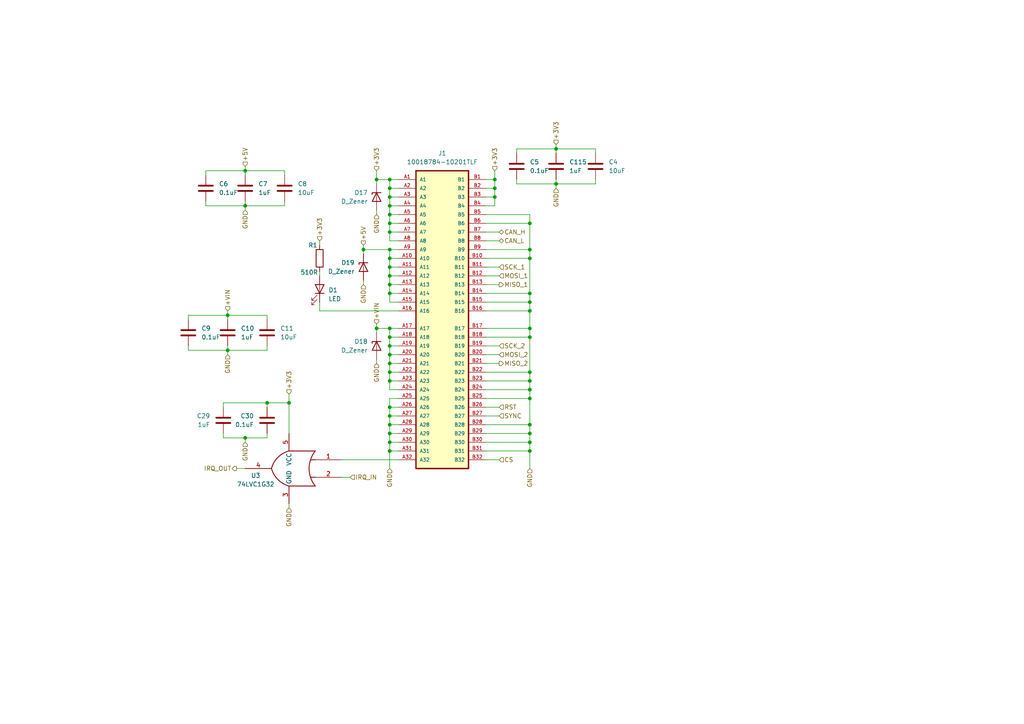
<source format=kicad_sch>
(kicad_sch (version 20250114) (generator "eeschema") (generator_version "9.0")
  (paper "A4")
  (lib_symbols
    (symbol "74xGxx:74LVC1G32"
      (property "Reference" "U" (at -5.08 7.62 0))
      (property "Value" "74LVC1G32" (at 7.62 -7.62 0))
      (symbol "74LVC1G32_0_1"
        (arc (start -7.62 5.08) (mid -5.838 0) (end -7.62 -5.08) (stroke (width 0.254)))
        (polyline (pts (xy -7.62 2.54) (xy -6.35 2.54)) (stroke (width 0.254)) (fill (type background)))
        (polyline (pts (xy -7.62 -2.54) (xy -6.35 -2.54)) (stroke (width 0.254)) (fill (type background)))
        (arc (start 5.08 0) (mid 3.202 -3.202) (end 0 -5.08) (stroke (width 0.254)))
        (arc (start 0 5.08) (mid 3.2271 3.2271) (end 5.08 0) (stroke (width 0.254)))
        (polyline (pts (xy 0 5.08) (xy -7.62 5.08)) (stroke (width 0.254)) (fill (type background)))
        (polyline (pts (xy 0 -5.08) (xy -7.62 -5.08)) (stroke (width 0.254)) (fill (type background)))
      )
      (symbol "74LVC1G32_1_1"
        (pin input line (at -15.24 2.54 0) (length 7.62) (name "~") (number "1"))
        (pin input line (at -15.24 -2.54 0) (length 7.62) (name "~") (number "2"))
        (pin power_in line (at 0 10.16 270) (length 5.08) (name "VCC") (number "5"))
        (pin power_in line (at 0 -10.16 90) (length 5.08) (name "GND") (number "3"))
        (pin output line (at 12.7 0 180) (length 7.62) (name "~") (number "4"))
      )
    )
    (symbol "Connector:10018784-10201TLF" (pin_names (offset 1.016))
      (property "Reference" "J" (at -7.6348 45.8086 0))
      (property "Value" "10018784-10201TLF" (at -7.6251 -48.2925 0))
      (symbol "10018784-10201TLF_0_0"
        (rectangle (start -7.62 -43.18) (end 7.62 43.18) (stroke (width 0.4064)) (fill (type background)))
        (pin passive line (at -12.7 40.64 0) (length 5.08) (name "A1") (number "A1"))
        (pin passive line (at -12.7 38.1 0) (length 5.08) (name "A2") (number "A2"))
        (pin passive line (at -12.7 35.56 0) (length 5.08) (name "A3") (number "A3"))
        (pin passive line (at -12.7 33.02 0) (length 5.08) (name "A4") (number "A4"))
        (pin passive line (at -12.7 30.48 0) (length 5.08) (name "A5") (number "A5"))
        (pin passive line (at -12.7 27.94 0) (length 5.08) (name "A6") (number "A6"))
        (pin passive line (at -12.7 25.4 0) (length 5.08) (name "A7") (number "A7"))
        (pin passive line (at -12.7 22.86 0) (length 5.08) (name "A8") (number "A8"))
        (pin passive line (at -12.7 20.32 0) (length 5.08) (name "A9") (number "A9"))
        (pin passive line (at -12.7 17.78 0) (length 5.08) (name "A10") (number "A10"))
        (pin passive line (at -12.7 15.24 0) (length 5.08) (name "A11") (number "A11"))
        (pin passive line (at -12.7 12.7 0) (length 5.08) (name "A12") (number "A12"))
        (pin passive line (at -12.7 10.16 0) (length 5.08) (name "A13") (number "A13"))
        (pin passive line (at -12.7 7.62 0) (length 5.08) (name "A14") (number "A14"))
        (pin passive line (at -12.7 5.08 0) (length 5.08) (name "A15") (number "A15"))
        (pin passive line (at -12.7 2.54 0) (length 5.08) (name "A16") (number "A16"))
        (pin passive line (at -12.7 -2.54 0) (length 5.08) (name "A17") (number "A17"))
        (pin passive line (at -12.7 -5.08 0) (length 5.08) (name "A18") (number "A18"))
        (pin passive line (at -12.7 -7.62 0) (length 5.08) (name "A19") (number "A19"))
        (pin passive line (at -12.7 -10.16 0) (length 5.08) (name "A20") (number "A20"))
        (pin passive line (at -12.7 -12.7 0) (length 5.08) (name "A21") (number "A21"))
        (pin passive line (at -12.7 -15.24 0) (length 5.08) (name "A22") (number "A22"))
        (pin passive line (at -12.7 -17.78 0) (length 5.08) (name "A23") (number "A23"))
        (pin passive line (at -12.7 -20.32 0) (length 5.08) (name "A24") (number "A24"))
        (pin passive line (at -12.7 -22.86 0) (length 5.08) (name "A25") (number "A25"))
        (pin passive line (at -12.7 -25.4 0) (length 5.08) (name "A26") (number "A26"))
        (pin passive line (at -12.7 -27.94 0) (length 5.08) (name "A27") (number "A27"))
        (pin passive line (at -12.7 -30.48 0) (length 5.08) (name "A28") (number "A28"))
        (pin passive line (at -12.7 -33.02 0) (length 5.08) (name "A29") (number "A29"))
        (pin passive line (at -12.7 -35.56 0) (length 5.08) (name "A30") (number "A30"))
        (pin passive line (at -12.7 -38.1 0) (length 5.08) (name "A31") (number "A31"))
        (pin passive line (at -12.7 -40.64 0) (length 5.08) (name "A32") (number "A32"))
        (pin passive line (at 12.7 40.64 180) (length 5.08) (name "B1") (number "B1"))
        (pin passive line (at 12.7 38.1 180) (length 5.08) (name "B2") (number "B2"))
        (pin passive line (at 12.7 35.56 180) (length 5.08) (name "B3") (number "B3"))
        (pin passive line (at 12.7 33.02 180) (length 5.08) (name "B4") (number "B4"))
        (pin passive line (at 12.7 30.48 180) (length 5.08) (name "B5") (number "B5"))
        (pin passive line (at 12.7 27.94 180) (length 5.08) (name "B6") (number "B6"))
        (pin passive line (at 12.7 25.4 180) (length 5.08) (name "B7") (number "B7"))
        (pin passive line (at 12.7 22.86 180) (length 5.08) (name "B8") (number "B8"))
        (pin passive line (at 12.7 20.32 180) (length 5.08) (name "B9") (number "B9"))
        (pin passive line (at 12.7 17.78 180) (length 5.08) (name "B10") (number "B10"))
        (pin passive line (at 12.7 15.24 180) (length 5.08) (name "B11") (number "B11"))
        (pin passive line (at 12.7 12.7 180) (length 5.08) (name "B12") (number "B12"))
        (pin passive line (at 12.7 10.16 180) (length 5.08) (name "B13") (number "B13"))
        (pin passive line (at 12.7 7.62 180) (length 5.08) (name "B14") (number "B14"))
        (pin passive line (at 12.7 5.08 180) (length 5.08) (name "B15") (number "B15"))
        (pin passive line (at 12.7 2.54 180) (length 5.08) (name "B16") (number "B16"))
        (pin passive line (at 12.7 -2.54 180) (length 5.08) (name "B17") (number "B17"))
        (pin passive line (at 12.7 -5.08 180) (length 5.08) (name "B18") (number "B18"))
        (pin passive line (at 12.7 -7.62 180) (length 5.08) (name "B19") (number "B19"))
        (pin passive line (at 12.7 -10.16 180) (length 5.08) (name "B20") (number "B20"))
        (pin passive line (at 12.7 -12.7 180) (length 5.08) (name "B21") (number "B21"))
        (pin passive line (at 12.7 -15.24 180) (length 5.08) (name "B22") (number "B22"))
        (pin passive line (at 12.7 -17.78 180) (length 5.08) (name "B23") (number "B23"))
        (pin passive line (at 12.7 -20.32 180) (length 5.08) (name "B24") (number "B24"))
        (pin passive line (at 12.7 -22.86 180) (length 5.08) (name "B25") (number "B25"))
        (pin passive line (at 12.7 -25.4 180) (length 5.08) (name "B26") (number "B26"))
        (pin passive line (at 12.7 -27.94 180) (length 5.08) (name "B27") (number "B27"))
        (pin passive line (at 12.7 -30.48 180) (length 5.08) (name "B28") (number "B28"))
        (pin passive line (at 12.7 -33.02 180) (length 5.08) (name "B29") (number "B29"))
        (pin passive line (at 12.7 -35.56 180) (length 5.08) (name "B30") (number "B30"))
        (pin passive line (at 12.7 -38.1 180) (length 5.08) (name "B31") (number "B31"))
        (pin passive line (at 12.7 -40.64 180) (length 5.08) (name "B32") (number "B32"))
      )
    )
    (symbol "Device:C" (pin_numbers (hide yes)) (pin_names (offset 0.254))
      (property "Reference" "C" (at 0.635 2.54 0))
      (property "Value" "C" (at 0.635 -2.54 0))
      (symbol "C_0_1"
        (polyline (pts (xy -2.032 0.762) (xy 2.032 0.762)) (stroke (width 0.508)))
        (polyline (pts (xy -2.032 -0.762) (xy 2.032 -0.762)) (stroke (width 0.508)))
      )
      (symbol "C_1_1"
        (pin passive line (at 0 3.81 270) (length 2.794) (name "~") (number "1"))
        (pin passive line (at 0 -3.81 90) (length 2.794) (name "~") (number "2"))
      )
    )
    (symbol "Device:D_Zener" (pin_numbers (hide yes)) (pin_names (offset 1.016) (hide yes))
      (property "Reference" "D" (at 0 2.54 0))
      (property "Value" "D_Zener" (at 0 -2.54 0))
      (symbol "D_Zener_0_1"
        (polyline (pts (xy -1.27 -1.27) (xy -1.27 1.27) (xy -0.762 1.27)) (stroke (width 0.254)))
        (polyline (pts (xy 1.27 0) (xy -1.27 0)))
        (polyline (pts (xy 1.27 -1.27) (xy 1.27 1.27) (xy -1.27 0) (xy 1.27 -1.27)) (stroke (width 0.254)))
      )
      (symbol "D_Zener_1_1"
        (pin passive line (at -3.81 0 0) (length 2.54) (name "K") (number "1"))
        (pin passive line (at 3.81 0 180) (length 2.54) (name "A") (number "2"))
      )
    )
    (symbol "Device:LED" (pin_numbers (hide yes)) (pin_names (offset 1.016) (hide yes))
      (property "Reference" "D" (at 0 2.54 0))
      (property "Value" "LED" (at 0 -2.54 0))
      (symbol "LED_0_1"
        (polyline (pts (xy -3.048 -0.762) (xy -4.572 -2.286) (xy -3.81 -2.286) (xy -4.572 -2.286) (xy -4.572 -1.524)))
        (polyline (pts (xy -1.778 -0.762) (xy -3.302 -2.286) (xy -2.54 -2.286) (xy -3.302 -2.286) (xy -3.302 -1.524)))
        (polyline (pts (xy -1.27 0) (xy 1.27 0)))
        (polyline (pts (xy -1.27 -1.27) (xy -1.27 1.27)) (stroke (width 0.254)))
        (polyline (pts (xy 1.27 -1.27) (xy 1.27 1.27) (xy -1.27 0) (xy 1.27 -1.27)) (stroke (width 0.254)))
      )
      (symbol "LED_1_1"
        (pin passive line (at -3.81 0 0) (length 2.54) (name "K") (number "1"))
        (pin passive line (at 3.81 0 180) (length 2.54) (name "A") (number "2"))
      )
    )
    (symbol "Device:R" (pin_numbers (hide yes)) (pin_names (offset 0))
      (property "Reference" "R" (at 2.032 0 90))
      (property "Value" "R" (at 0 0 90))
      (symbol "R_0_1"
        (rectangle (start -1.016 -2.54) (end 1.016 2.54) (stroke (width 0.254)))
      )
      (symbol "R_1_1"
        (pin passive line (at 0 3.81 270) (length 1.27) (name "~") (number "1"))
        (pin passive line (at 0 -3.81 90) (length 1.27) (name "~") (number "2"))
      )
    )
  )
  (junction (at 109.22 95.25))
  (junction (at 153.67 107.95))
  (junction (at 153.67 74.93))
  (junction (at 113.03 125.73))
  (junction (at 83.82 116.84))
  (junction (at 113.03 57.15))
  (junction (at 113.03 64.77))
  (junction (at 113.03 107.95))
  (junction (at 113.03 105.41))
  (junction (at 143.51 54.61))
  (junction (at 113.03 74.93))
  (junction (at 161.29 43.18))
  (junction (at 113.03 118.11))
  (junction (at 153.67 123.19))
  (junction (at 71.12 59.69))
  (junction (at 113.03 54.61))
  (junction (at 109.22 52.07))
  (junction (at 113.03 110.49))
  (junction (at 113.03 72.39))
  (junction (at 153.67 90.17))
  (junction (at 113.03 80.01))
  (junction (at 153.67 115.57))
  (junction (at 143.51 57.15))
  (junction (at 113.03 82.55))
  (junction (at 153.67 125.73))
  (junction (at 105.41 72.39))
  (junction (at 113.03 128.27))
  (junction (at 161.29 53.34))
  (junction (at 113.03 62.23))
  (junction (at 113.03 123.19))
  (junction (at 66.04 91.44))
  (junction (at 113.03 67.31))
  (junction (at 153.67 128.27))
  (junction (at 153.67 113.03))
  (junction (at 153.67 85.09))
  (junction (at 113.03 85.09))
  (junction (at 113.03 102.87))
  (junction (at 113.03 97.79))
  (junction (at 153.67 110.49))
  (junction (at 153.67 64.77))
  (junction (at 153.67 97.79))
  (junction (at 71.12 49.53))
  (junction (at 113.03 120.65))
  (junction (at 113.03 95.25))
  (junction (at 71.12 127))
  (junction (at 113.03 77.47))
  (junction (at 153.67 72.39))
  (junction (at 113.03 52.07))
  (junction (at 113.03 100.33))
  (junction (at 153.67 87.63))
  (junction (at 77.47 116.84))
  (junction (at 153.67 95.25))
  (junction (at 153.67 130.81))
  (junction (at 66.04 101.6))
  (junction (at 143.51 52.07))
  (junction (at 113.03 130.81))
  (junction (at 113.03 59.69))
  (wire (pts (xy 71.12 127) (xy 71.12 128.27)))
  (wire (pts (xy 115.57 72.39) (xy 113.03 72.39)))
  (wire (pts (xy 143.51 54.61) (xy 143.51 57.15)))
  (wire (pts (xy 115.57 54.61) (xy 113.03 54.61)))
  (wire (pts (xy 113.03 54.61) (xy 113.03 57.15)))
  (wire (pts (xy 113.03 82.55) (xy 113.03 85.09)))
  (wire (pts (xy 172.72 52.07) (xy 172.72 53.34)))
  (wire (pts (xy 115.57 105.41) (xy 113.03 105.41)))
  (wire (pts (xy 109.22 60.96) (xy 109.22 62.23)))
  (wire (pts (xy 143.51 57.15) (xy 143.51 59.69)))
  (wire (pts (xy 92.71 69.85) (xy 92.71 71.12)))
  (wire (pts (xy 54.61 91.44) (xy 66.04 91.44)))
  (wire (pts (xy 143.51 52.07) (xy 140.97 52.07)))
  (wire (pts (xy 59.69 58.42) (xy 59.69 59.69)))
  (wire (pts (xy 113.03 107.95) (xy 113.03 110.49)))
  (wire (pts (xy 161.29 43.18) (xy 172.72 43.18)))
  (wire (pts (xy 109.22 95.25) (xy 109.22 96.52)))
  (wire (pts (xy 83.82 116.84) (xy 77.47 116.84)))
  (wire (pts (xy 113.03 74.93) (xy 113.03 77.47)))
  (wire (pts (xy 64.77 125.73) (xy 64.77 127)))
  (wire (pts (xy 161.29 43.18) (xy 161.29 44.45)))
  (wire (pts (xy 153.67 74.93) (xy 140.97 74.93)))
  (wire (pts (xy 109.22 104.14) (xy 109.22 105.41)))
  (wire (pts (xy 172.72 43.18) (xy 172.72 44.45)))
  (wire (pts (xy 144.78 67.31) (xy 140.97 67.31)))
  (wire (pts (xy 71.12 49.53) (xy 82.55 49.53)))
  (wire (pts (xy 54.61 100.33) (xy 54.61 101.6)))
  (wire (pts (xy 113.03 128.27) (xy 115.57 128.27)))
  (wire (pts (xy 113.03 95.25) (xy 109.22 95.25)))
  (wire (pts (xy 66.04 101.6) (xy 77.47 101.6)))
  (wire (pts (xy 109.22 52.07) (xy 109.22 53.34)))
  (wire (pts (xy 115.57 67.31) (xy 113.03 67.31)))
  (wire (pts (xy 71.12 59.69) (xy 71.12 60.96)))
  (wire (pts (xy 113.03 57.15) (xy 113.03 59.69)))
  (wire (pts (xy 140.97 85.09) (xy 153.67 85.09)))
  (wire (pts (xy 113.03 72.39) (xy 113.03 74.93)))
  (wire (pts (xy 140.97 107.95) (xy 153.67 107.95)))
  (wire (pts (xy 113.03 77.47) (xy 113.03 80.01)))
  (wire (pts (xy 144.78 82.55) (xy 140.97 82.55)))
  (wire (pts (xy 113.03 128.27) (xy 113.03 130.81)))
  (wire (pts (xy 115.57 100.33) (xy 113.03 100.33)))
  (wire (pts (xy 59.69 49.53) (xy 71.12 49.53)))
  (wire (pts (xy 115.57 59.69) (xy 113.03 59.69)))
  (wire (pts (xy 115.57 85.09) (xy 113.03 85.09)))
  (wire (pts (xy 115.57 77.47) (xy 113.03 77.47)))
  (wire (pts (xy 113.03 97.79) (xy 113.03 100.33)))
  (wire (pts (xy 59.69 50.8) (xy 59.69 49.53)))
  (wire (pts (xy 113.03 64.77) (xy 113.03 67.31)))
  (wire (pts (xy 153.67 115.57) (xy 153.67 123.19)))
  (wire (pts (xy 54.61 101.6) (xy 66.04 101.6)))
  (wire (pts (xy 113.03 95.25) (xy 113.03 97.79)))
  (wire (pts (xy 54.61 92.71) (xy 54.61 91.44)))
  (wire (pts (xy 153.67 110.49) (xy 140.97 110.49)))
  (wire (pts (xy 113.03 62.23) (xy 113.03 64.77)))
  (wire (pts (xy 109.22 52.07) (xy 113.03 52.07)))
  (wire (pts (xy 153.67 113.03) (xy 153.67 115.57)))
  (wire (pts (xy 143.51 54.61) (xy 140.97 54.61)))
  (wire (pts (xy 113.03 118.11) (xy 113.03 120.65)))
  (wire (pts (xy 140.97 115.57) (xy 153.67 115.57)))
  (wire (pts (xy 153.67 90.17) (xy 140.97 90.17)))
  (wire (pts (xy 71.12 59.69) (xy 82.55 59.69)))
  (wire (pts (xy 149.86 43.18) (xy 161.29 43.18)))
  (wire (pts (xy 83.82 114.3) (xy 83.82 116.84)))
  (wire (pts (xy 113.03 125.73) (xy 113.03 128.27)))
  (wire (pts (xy 149.86 53.34) (xy 161.29 53.34)))
  (wire (pts (xy 115.57 113.03) (xy 113.03 113.03)))
  (wire (pts (xy 140.97 123.19) (xy 153.67 123.19)))
  (wire (pts (xy 59.69 59.69) (xy 71.12 59.69)))
  (wire (pts (xy 153.67 125.73) (xy 153.67 128.27)))
  (wire (pts (xy 144.78 120.65) (xy 140.97 120.65)))
  (wire (pts (xy 92.71 90.17) (xy 115.57 90.17)))
  (wire (pts (xy 143.51 52.07) (xy 143.51 54.61)))
  (wire (pts (xy 153.67 62.23) (xy 153.67 64.77)))
  (wire (pts (xy 71.12 49.53) (xy 71.12 50.8)))
  (wire (pts (xy 161.29 52.07) (xy 161.29 53.34)))
  (wire (pts (xy 82.55 58.42) (xy 82.55 59.69)))
  (wire (pts (xy 115.57 62.23) (xy 113.03 62.23)))
  (wire (pts (xy 113.03 125.73) (xy 115.57 125.73)))
  (wire (pts (xy 140.97 62.23) (xy 153.67 62.23)))
  (wire (pts (xy 113.03 102.87) (xy 113.03 105.41)))
  (wire (pts (xy 144.78 133.35) (xy 140.97 133.35)))
  (wire (pts (xy 64.77 116.84) (xy 64.77 118.11)))
  (wire (pts (xy 153.67 85.09) (xy 153.67 87.63)))
  (wire (pts (xy 113.03 72.39) (xy 105.41 72.39)))
  (wire (pts (xy 113.03 85.09) (xy 113.03 87.63)))
  (wire (pts (xy 161.29 41.91) (xy 161.29 43.18)))
  (wire (pts (xy 144.78 102.87) (xy 140.97 102.87)))
  (wire (pts (xy 92.71 87.63) (xy 92.71 90.17)))
  (wire (pts (xy 113.03 105.41) (xy 113.03 107.95)))
  (wire (pts (xy 92.71 78.74) (xy 92.71 80.01)))
  (wire (pts (xy 71.12 48.26) (xy 71.12 49.53)))
  (wire (pts (xy 140.97 125.73) (xy 153.67 125.73)))
  (wire (pts (xy 144.78 77.47) (xy 140.97 77.47)))
  (wire (pts (xy 101.6 138.43) (xy 99.06 138.43)))
  (wire (pts (xy 77.47 91.44) (xy 77.47 92.71)))
  (wire (pts (xy 113.03 59.69) (xy 113.03 62.23)))
  (wire (pts (xy 144.78 100.33) (xy 140.97 100.33)))
  (wire (pts (xy 115.57 74.93) (xy 113.03 74.93)))
  (wire (pts (xy 77.47 127) (xy 71.12 127)))
  (wire (pts (xy 143.51 49.53) (xy 143.51 52.07)))
  (wire (pts (xy 113.03 118.11) (xy 115.57 118.11)))
  (wire (pts (xy 153.67 128.27) (xy 153.67 130.81)))
  (wire (pts (xy 66.04 101.6) (xy 66.04 102.87)))
  (wire (pts (xy 113.03 80.01) (xy 113.03 82.55)))
  (wire (pts (xy 113.03 123.19) (xy 113.03 125.73)))
  (wire (pts (xy 105.41 81.28) (xy 105.41 82.55)))
  (wire (pts (xy 113.03 52.07) (xy 113.03 54.61)))
  (wire (pts (xy 113.03 115.57) (xy 113.03 118.11)))
  (wire (pts (xy 153.67 113.03) (xy 153.67 110.49)))
  (wire (pts (xy 66.04 100.33) (xy 66.04 101.6)))
  (wire (pts (xy 161.29 53.34) (xy 161.29 54.61)))
  (wire (pts (xy 153.67 72.39) (xy 153.67 74.93)))
  (wire (pts (xy 115.57 80.01) (xy 113.03 80.01)))
  (wire (pts (xy 109.22 49.53) (xy 109.22 52.07)))
  (wire (pts (xy 113.03 110.49) (xy 113.03 113.03)))
  (wire (pts (xy 77.47 125.73) (xy 77.47 127)))
  (wire (pts (xy 115.57 82.55) (xy 113.03 82.55)))
  (wire (pts (xy 153.67 95.25) (xy 153.67 97.79)))
  (wire (pts (xy 149.86 44.45) (xy 149.86 43.18)))
  (wire (pts (xy 115.57 107.95) (xy 113.03 107.95)))
  (wire (pts (xy 66.04 91.44) (xy 66.04 92.71)))
  (wire (pts (xy 113.03 130.81) (xy 113.03 135.89)))
  (wire (pts (xy 113.03 100.33) (xy 113.03 102.87)))
  (wire (pts (xy 115.57 95.25) (xy 113.03 95.25)))
  (wire (pts (xy 140.97 64.77) (xy 153.67 64.77)))
  (wire (pts (xy 153.67 130.81) (xy 153.67 135.89)))
  (wire (pts (xy 161.29 53.34) (xy 172.72 53.34)))
  (wire (pts (xy 105.41 72.39) (xy 105.41 73.66)))
  (wire (pts (xy 153.67 97.79) (xy 140.97 97.79)))
  (wire (pts (xy 113.03 115.57) (xy 115.57 115.57)))
  (wire (pts (xy 66.04 91.44) (xy 77.47 91.44)))
  (wire (pts (xy 140.97 59.69) (xy 143.51 59.69)))
  (wire (pts (xy 140.97 130.81) (xy 153.67 130.81)))
  (wire (pts (xy 71.12 58.42) (xy 71.12 59.69)))
  (wire (pts (xy 113.03 123.19) (xy 115.57 123.19)))
  (wire (pts (xy 109.22 93.98) (xy 109.22 95.25)))
  (wire (pts (xy 77.47 116.84) (xy 64.77 116.84)))
  (wire (pts (xy 115.57 87.63) (xy 113.03 87.63)))
  (wire (pts (xy 153.67 113.03) (xy 140.97 113.03)))
  (wire (pts (xy 115.57 102.87) (xy 113.03 102.87)))
  (wire (pts (xy 113.03 130.81) (xy 115.57 130.81)))
  (wire (pts (xy 115.57 69.85) (xy 113.03 69.85)))
  (wire (pts (xy 66.04 90.17) (xy 66.04 91.44)))
  (wire (pts (xy 153.67 64.77) (xy 153.67 72.39)))
  (wire (pts (xy 153.67 72.39) (xy 140.97 72.39)))
  (wire (pts (xy 83.82 125.73) (xy 83.82 116.84)))
  (wire (pts (xy 153.67 123.19) (xy 153.67 125.73)))
  (wire (pts (xy 113.03 67.31) (xy 113.03 69.85)))
  (wire (pts (xy 153.67 87.63) (xy 153.67 90.17)))
  (wire (pts (xy 140.97 128.27) (xy 153.67 128.27)))
  (wire (pts (xy 149.86 52.07) (xy 149.86 53.34)))
  (wire (pts (xy 83.82 146.05) (xy 83.82 147.32)))
  (wire (pts (xy 77.47 100.33) (xy 77.47 101.6)))
  (wire (pts (xy 99.06 133.35) (xy 115.57 133.35)))
  (wire (pts (xy 153.67 97.79) (xy 153.67 107.95)))
  (wire (pts (xy 153.67 107.95) (xy 153.67 110.49)))
  (wire (pts (xy 71.12 135.89) (xy 68.58 135.89)))
  (wire (pts (xy 144.78 105.41) (xy 140.97 105.41)))
  (wire (pts (xy 113.03 120.65) (xy 113.03 123.19)))
  (wire (pts (xy 77.47 116.84) (xy 77.47 118.11)))
  (wire (pts (xy 113.03 120.65) (xy 115.57 120.65)))
  (wire (pts (xy 71.12 127) (xy 64.77 127)))
  (wire (pts (xy 82.55 49.53) (xy 82.55 50.8)))
  (wire (pts (xy 143.51 57.15) (xy 140.97 57.15)))
  (wire (pts (xy 105.41 71.12) (xy 105.41 72.39)))
  (wire (pts (xy 153.67 87.63) (xy 140.97 87.63)))
  (wire (pts (xy 153.67 74.93) (xy 153.67 85.09)))
  (wire (pts (xy 153.67 90.17) (xy 153.67 95.25)))
  (wire (pts (xy 153.67 95.25) (xy 140.97 95.25)))
  (wire (pts (xy 115.57 52.07) (xy 113.03 52.07)))
  (wire (pts (xy 115.57 110.49) (xy 113.03 110.49)))
  (wire (pts (xy 144.78 69.85) (xy 140.97 69.85)))
  (wire (pts (xy 115.57 64.77) (xy 113.03 64.77)))
  (wire (pts (xy 115.57 57.15) (xy 113.03 57.15)))
  (wire (pts (xy 115.57 97.79) (xy 113.03 97.79)))
  (wire (pts (xy 144.78 118.11) (xy 140.97 118.11)))
  (wire (pts (xy 144.78 80.01) (xy 140.97 80.01)))
  (hierarchical_label "+3V3" (shape input) (at 92.71 69.85 90))
  (hierarchical_label "GND" (shape input) (at 83.82 147.32 270))
  (hierarchical_label "SYNC" (shape input) (at 144.78 120.65 0))
  (hierarchical_label "GND" (shape input) (at 109.22 105.41 270))
  (hierarchical_label "GND" (shape input) (at 71.12 128.27 270))
  (hierarchical_label "MISO_2" (shape output) (at 144.78 105.41 0))
  (hierarchical_label "GND" (shape input) (at 161.29 54.61 270))
  (hierarchical_label "CS" (shape input) (at 144.78 133.35 0))
  (hierarchical_label "+5V" (shape input) (at 71.12 48.26 90))
  (hierarchical_label "SCK_1" (shape input) (at 144.78 77.47 0))
  (hierarchical_label "GND" (shape input) (at 105.41 82.55 270))
  (hierarchical_label "GND" (shape input) (at 113.03 135.89 270))
  (hierarchical_label "CAN_L" (shape bidirectional) (at 144.78 69.85 0))
  (hierarchical_label "IRQ_IN" (shape input) (at 101.6 138.43 0))
  (hierarchical_label "+VIN" (shape input) (at 109.22 93.98 90))
  (hierarchical_label "RST" (shape input) (at 144.78 118.11 0))
  (hierarchical_label "CAN_H" (shape bidirectional) (at 144.78 67.31 0))
  (hierarchical_label "+5V" (shape input) (at 105.41 71.12 90))
  (hierarchical_label "MISO_1" (shape output) (at 144.78 82.55 0))
  (hierarchical_label "+3V3" (shape input) (at 143.51 49.53 90))
  (hierarchical_label "GND" (shape input) (at 71.12 60.96 270))
  (hierarchical_label "MOSI_2" (shape input) (at 144.78 102.87 0))
  (hierarchical_label "SCK_2" (shape input) (at 144.78 100.33 0))
  (hierarchical_label "MOSI_1" (shape input) (at 144.78 80.01 0))
  (hierarchical_label "+3V3" (shape input) (at 83.82 114.3 90))
  (hierarchical_label "+VIN" (shape input) (at 66.04 90.17 90))
  (hierarchical_label "IRQ_OUT" (shape output) (at 68.58 135.89 180))
  (hierarchical_label "+3V3" (shape input) (at 161.29 41.91 90))
  (hierarchical_label "GND" (shape input) (at 109.22 62.23 270))
  (hierarchical_label "GND" (shape input) (at 153.67 135.89 270))
  (hierarchical_label "GND" (shape input) (at 66.04 102.87 270))
  (hierarchical_label "+3V3" (shape input) (at 109.22 49.53 90))
  (symbol (lib_id "Device:C") (at 82.55 54.61 0) (unit 1)
    (property "Reference" "C8" (at 86.36 53.3399 0) (effects (justify left)))
    (property "Value" "10uF" (at 86.36 55.8799 0) (effects (justify left)))
    (property "Footprint" "Capacitor_SMD:C_1206_3216Metric" (effects (hide yes)))
    (property "Description" "Unpolarized capacitor" (effects (hide yes)))
    (instances (project "Instrumentation Control R1" (path "" (reference "C8") (unit 1)) (path "" (reference "C68") (unit 1)) (path "" (reference "C40") (unit 1)) (path "" (reference "C86") (unit 1)) (path "" (reference "C49") (unit 1)) (path "" (reference "C59") (unit 1)) (path "" (reference "C77") (unit 1))))
  )
  (symbol (lib_id "Device:C") (at 54.61 96.52 0) (unit 1)
    (property "Reference" "C9" (at 58.42 95.2499 0) (effects (justify left)))
    (property "Value" "0.1uF" (at 58.42 97.7899 0) (effects (justify left)))
    (property "Footprint" "Capacitor_SMD:C_0805_2012Metric" (effects (hide yes)))
    (property "Description" "Unpolarized capacitor" (effects (hide yes)))
    (instances (project "Instrumentation Control R1" (path "" (reference "C9") (unit 1)) (path "" (reference "C65") (unit 1)) (path "" (reference "C37") (unit 1)) (path "" (reference "C83") (unit 1)) (path "" (reference "C46") (unit 1)) (path "" (reference "C55") (unit 1)) (path "" (reference "C74") (unit 1))))
  )
  (symbol (lib_id "Device:C") (at 66.04 96.52 0) (unit 1)
    (property "Reference" "C10" (at 69.85 95.2499 0) (effects (justify left)))
    (property "Value" "1uF" (at 69.85 97.7899 0) (effects (justify left)))
    (property "Footprint" "Capacitor_SMD:C_0805_2012Metric" (effects (hide yes)))
    (property "Description" "Unpolarized capacitor" (effects (hide yes)))
    (instances (project "Instrumentation Control R1" (path "" (reference "C10") (unit 1)) (path "" (reference "C67") (unit 1)) (path "" (reference "C39") (unit 1)) (path "" (reference "C85") (unit 1)) (path "" (reference "C48") (unit 1)) (path "" (reference "C58") (unit 1)) (path "" (reference "C76") (unit 1))))
  )
  (symbol (lib_id "Device:D_Zener") (at 109.22 57.15 90) (mirror x) (unit 1)
    (property "Reference" "D17" (at 106.68 55.8799 90) (effects (justify left)))
    (property "Value" "D_Zener" (at 106.68 58.4199 90) (effects (justify left)))
    (property "Footprint" "Diode_SMD:D_SOD-123" (effects (hide yes)))
    (property "Description" "Zener diode" (effects (hide yes)))
    (instances (project "Instrumentation Control R1" (path "" (reference "D17") (unit 1)) (path "" (reference "D29") (unit 1)) (path "" (reference "D20") (unit 1)) (path "" (reference "D35") (unit 1)) (path "" (reference "D23") (unit 1)) (path "" (reference "D26") (unit 1)) (path "" (reference "D32") (unit 1))))
  )
  (symbol (lib_id "Device:D_Zener") (at 105.41 77.47 90) (mirror x) (unit 1)
    (property "Reference" "D19" (at 102.87 76.1999 90) (effects (justify left)))
    (property "Value" "D_Zener" (at 102.87 78.7399 90) (effects (justify left)))
    (property "Footprint" "Diode_SMD:D_SOD-123" (effects (hide yes)))
    (property "Description" "Zener diode" (effects (hide yes)))
    (instances (project "Instrumentation Control R1" (path "" (reference "D19") (unit 1)) (path "" (reference "D31") (unit 1)) (path "" (reference "D22") (unit 1)) (path "" (reference "D37") (unit 1)) (path "" (reference "D25") (unit 1)) (path "" (reference "D28") (unit 1)) (path "" (reference "D34") (unit 1))))
  )
  (symbol (lib_id "74xGxx:74LVC1G32") (at 83.82 135.89 0) (mirror y) (unit 1)
    (property "Reference" "U3" (at 74.168 137.922 0))
    (property "Value" "74LVC1G32" (at 74.168 140.462 0))
    (property "Footprint" "Package_TO_SOT_SMD:SOT-23-5" (effects (hide yes)))
    (property "Datasheet" "http://www.ti.com/lit/sg/scyt129e/scyt129e.pdf" (effects (hide yes)))
    (property "Description" "Single OR Gate, Low-Voltage CMOS" (effects (hide yes)))
    (instances (project "Instrumentation Control R1" (path "" (reference "U3") (unit 1)) (path "" (reference "U10") (unit 1)) (path "" (reference "U7") (unit 1)) (path "" (reference "U12") (unit 1)) (path "" (reference "U8") (unit 1)) (path "" (reference "U9") (unit 1)) (path "" (reference "U11") (unit 1))))
  )
  (symbol (lib_id "Device:C") (at 77.47 121.92 0) (mirror y) (unit 1)
    (property "Reference" "C30" (at 73.66 120.6499 0) (effects (justify left)))
    (property "Value" "0.1uF" (at 73.66 123.1899 0) (effects (justify left)))
    (property "Footprint" "Capacitor_SMD:C_0805_2012Metric" (effects (hide yes)))
    (property "Description" "Unpolarized capacitor" (effects (hide yes)))
    (instances (project "Instrumentation Control R1" (path "" (reference "C30") (unit 1)) (path "" (reference "C120") (unit 1)) (path "" (reference "C32") (unit 1)) (path "" (reference "C124") (unit 1)) (path "" (reference "C116") (unit 1)) (path "" (reference "C118") (unit 1)) (path "" (reference "C122") (unit 1))))
  )
  (symbol (lib_id "Device:C") (at 59.69 54.61 0) (unit 1)
    (property "Reference" "C6" (at 63.5 53.3399 0) (effects (justify left)))
    (property "Value" "0.1uF" (at 63.5 55.8799 0) (effects (justify left)))
    (property "Footprint" "Capacitor_SMD:C_0805_2012Metric" (effects (hide yes)))
    (property "Description" "Unpolarized capacitor" (effects (hide yes)))
    (instances (project "Instrumentation Control R1" (path "" (reference "C6") (unit 1)) (path "" (reference "C64") (unit 1)) (path "" (reference "C36") (unit 1)) (path "" (reference "C82") (unit 1)) (path "" (reference "C45") (unit 1)) (path "" (reference "C54") (unit 1)) (path "" (reference "C73") (unit 1))))
  )
  (symbol (lib_id "Device:LED") (at 92.71 83.82 270) (mirror x) (unit 1)
    (property "Reference" "D1" (at 95.25 84.1374 90) (effects (justify left)))
    (property "Value" "LED" (at 95.25 86.6774 90) (effects (justify left)))
    (property "Footprint" "LED_SMD:LED_0805_2012Metric" (effects (hide yes)))
    (property "Description" "Light emitting diode" (effects (hide yes)))
    (instances (project "Instrumentation Control R1" (path "" (reference "D1") (unit 1)) (path "" (reference "D10") (unit 1)) (path "" (reference "D7") (unit 1)) (path "" (reference "D12") (unit 1)) (path "" (reference "D8") (unit 1)) (path "" (reference "D9") (unit 1)) (path "" (reference "D11") (unit 1))))
  )
  (symbol (lib_id "Device:R") (at 92.71 74.93 0) (mirror y) (unit 1)
    (property "Reference" "R1" (at 89.408 71.12 0) (effects (justify right)))
    (property "Value" "510R" (at 87.122 78.994 0) (effects (justify right)))
    (property "Footprint" "Resistor_SMD:R_0805_2012Metric" (effects (hide yes)))
    (property "Description" "Resistor" (effects (hide yes)))
    (instances (project "Instrumentation Control R1" (path "" (reference "R1") (unit 1)) (path "" (reference "R26") (unit 1)) (path "" (reference "R23") (unit 1)) (path "" (reference "R28") (unit 1)) (path "" (reference "R24") (unit 1)) (path "" (reference "R25") (unit 1)) (path "" (reference "R27") (unit 1))))
  )
  (symbol (lib_id "Device:C") (at 71.12 54.61 0) (unit 1)
    (property "Reference" "C7" (at 74.93 53.3399 0) (effects (justify left)))
    (property "Value" "1uF" (at 74.93 55.8799 0) (effects (justify left)))
    (property "Footprint" "Capacitor_SMD:C_0805_2012Metric" (effects (hide yes)))
    (property "Description" "Unpolarized capacitor" (effects (hide yes)))
    (instances (project "Instrumentation Control R1" (path "" (reference "C7") (unit 1)) (path "" (reference "C66") (unit 1)) (path "" (reference "C38") (unit 1)) (path "" (reference "C84") (unit 1)) (path "" (reference "C47") (unit 1)) (path "" (reference "C57") (unit 1)) (path "" (reference "C75") (unit 1))))
  )
  (symbol (lib_id "Connector:10018784-10201TLF") (at 128.27 92.71 0) (unit 1)
    (property "Reference" "J1" (at 128.27 44.45 0))
    (property "Value" "10018784-10201TLF" (at 128.27 46.99 0))
    (property "Footprint" "Connector_PCBEdge:CONN_10018784-10201TLF" (effects (hide yes)))
    (property "PARTREV" "A" (effects (hide yes)))
    (property "STANDARD" "MANUFACTURER RECOMMENDATIONS" (effects (hide yes)))
    (property "MANUFACTURER" "AMPHENOL" (effects (hide yes)))
    (instances (project "Instrumentation Control R1" (path "" (reference "J1") (unit 1)) (path "" (reference "J7") (unit 1)) (path "" (reference "J2") (unit 1)) (path "" (reference "J9") (unit 1)) (path "" (reference "J5") (unit 1)) (path "" (reference "J6") (unit 1)) (path "" (reference "J8") (unit 1))))
  )
  (symbol (lib_id "Device:C") (at 77.47 96.52 0) (unit 1)
    (property "Reference" "C11" (at 81.28 95.2499 0) (effects (justify left)))
    (property "Value" "10uF" (at 81.28 97.7899 0) (effects (justify left)))
    (property "Footprint" "Capacitor_SMD:C_1206_3216Metric" (effects (hide yes)))
    (property "Description" "Unpolarized capacitor" (effects (hide yes)))
    (instances (project "Instrumentation Control R1" (path "" (reference "C11") (unit 1)) (path "" (reference "C69") (unit 1)) (path "" (reference "C41") (unit 1)) (path "" (reference "C87") (unit 1)) (path "" (reference "C50") (unit 1)) (path "" (reference "C60") (unit 1)) (path "" (reference "C78") (unit 1))))
  )
  (symbol (lib_id "Device:C") (at 149.86 48.26 0) (unit 1)
    (property "Reference" "C5" (at 153.67 46.9899 0) (effects (justify left)))
    (property "Value" "0.1uF" (at 153.67 49.5299 0) (effects (justify left)))
    (property "Footprint" "Capacitor_SMD:C_0805_2012Metric" (effects (hide yes)))
    (property "Description" "Unpolarized capacitor" (effects (hide yes)))
    (instances (project "Instrumentation Control R1" (path "" (reference "C5") (unit 1)) (path "" (reference "C61") (unit 1)) (path "" (reference "C33") (unit 1)) (path "" (reference "C79") (unit 1)) (path "" (reference "C42") (unit 1)) (path "" (reference "C51") (unit 1)) (path "" (reference "C70") (unit 1))))
  )
  (symbol (lib_id "Device:C") (at 161.29 48.26 0) (unit 1)
    (property "Reference" "C115" (at 165.1 46.9899 0) (effects (justify left)))
    (property "Value" "1uF" (at 165.1 49.5299 0) (effects (justify left)))
    (property "Footprint" "Capacitor_SMD:C_0805_2012Metric" (effects (hide yes)))
    (property "Description" "Unpolarized capacitor" (effects (hide yes)))
    (instances (project "Instrumentation Control R1" (path "" (reference "C115") (unit 1)) (path "" (reference "C62") (unit 1)) (path "" (reference "C34") (unit 1)) (path "" (reference "C80") (unit 1)) (path "" (reference "C43") (unit 1)) (path "" (reference "C52") (unit 1)) (path "" (reference "C71") (unit 1))))
  )
  (symbol (lib_id "Device:C") (at 64.77 121.92 0) (mirror y) (unit 1)
    (property "Reference" "C29" (at 60.96 120.6499 0) (effects (justify left)))
    (property "Value" "1uF" (at 60.96 123.1899 0) (effects (justify left)))
    (property "Footprint" "Capacitor_SMD:C_0805_2012Metric" (effects (hide yes)))
    (property "Description" "Unpolarized capacitor" (effects (hide yes)))
    (instances (project "Instrumentation Control R1" (path "" (reference "C29") (unit 1)) (path "" (reference "C119") (unit 1)) (path "" (reference "C31") (unit 1)) (path "" (reference "C123") (unit 1)) (path "" (reference "C56") (unit 1)) (path "" (reference "C117") (unit 1)) (path "" (reference "C121") (unit 1))))
  )
  (symbol (lib_id "Device:D_Zener") (at 109.22 100.33 90) (mirror x) (unit 1)
    (property "Reference" "D18" (at 106.68 99.0599 90) (effects (justify left)))
    (property "Value" "D_Zener" (at 106.68 101.5999 90) (effects (justify left)))
    (property "Footprint" "Diode_SMD:D_SOD-123" (effects (hide yes)))
    (property "Description" "Zener diode" (effects (hide yes)))
    (instances (project "Instrumentation Control R1" (path "" (reference "D18") (unit 1)) (path "" (reference "D30") (unit 1)) (path "" (reference "D21") (unit 1)) (path "" (reference "D36") (unit 1)) (path "" (reference "D24") (unit 1)) (path "" (reference "D27") (unit 1)) (path "" (reference "D33") (unit 1))))
  )
  (symbol (lib_id "Device:C") (at 172.72 48.26 0) (unit 1)
    (property "Reference" "C4" (at 176.53 46.9899 0) (effects (justify left)))
    (property "Value" "10uF" (at 176.53 49.5299 0) (effects (justify left)))
    (property "Footprint" "Capacitor_SMD:C_1206_3216Metric" (effects (hide yes)))
    (property "Description" "Unpolarized capacitor" (effects (hide yes)))
    (instances (project "Instrumentation Control R1" (path "" (reference "C4") (unit 1)) (path "" (reference "C63") (unit 1)) (path "" (reference "C35") (unit 1)) (path "" (reference "C81") (unit 1)) (path "" (reference "C44") (unit 1)) (path "" (reference "C53") (unit 1)) (path "" (reference "C72") (unit 1))))
  )
)
</source>
